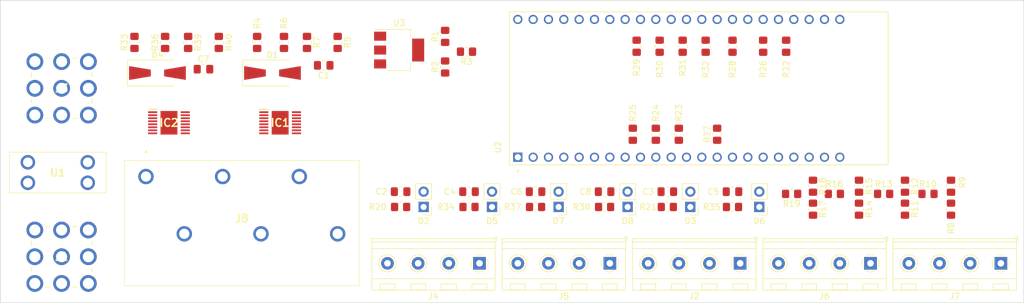
<source format=kicad_pcb>
(kicad_pcb (version 20221018) (generator pcbnew)
  (layers (0 "F.Cu" signal) (31 "B.Cu" signal) (34 "B.Paste" user) (35 "F.Paste" user) (36 "B.SilkS" user "B.Silkscreen") (37 "F.SilkS" user "F.Silkscreen") (38 "B.Mask" user) (39 "F.Mask" user) (44 "Edge.Cuts" user))
  (net 0 "")
  (net 1 "/Dual_CS")
  (net 2 "GND")
  (net 3 "/OUT0")
  (net 4 "/OUT4")
  (net 5 "/OUT1")
  (net 6 "/OUT5")
  (net 7 "/OUT2")
  (net 8 "/Quad_CS")
  (net 9 "/OUT3")
  (net 10 "Net-(D1-A)")
  (net 11 "Net-(D2-K)")
  (net 12 "Net-(D3-K)")
  (net 13 "Net-(D4-A)")
  (net 14 "Net-(D5-K)")
  (net 15 "Net-(D6-K)")
  (net 16 "Net-(D7-K)")
  (net 17 "Net-(D8-K)")
  (net 18 "/EXT_SWITCH0")
  (net 19 "/EXT_SWITCH1")
  (net 20 "/EXT_SWITCH2")
  (net 21 "/EXT_SWITCH3")
  (net 22 "+3V3")
  (net 23 "Net-(J7-Pin_1)")
  (net 24 "Net-(J7-Pin_2)")
  (net 25 "Net-(J7-Pin_3)")
  (net 26 "Net-(J7-Pin_4)")
  (net 27 "Net-(R1-Pad1)")
  (net 28 "+12V")
  (net 29 "/VBAT_ADC")
  (net 30 "Net-(IC1-CS)")
  (net 31 "Net-(IC1-FaultRST)")
  (net 32 "Net-(R10-Pad2)")
  (net 33 "/EXT0")
  (net 34 "Net-(R11-Pad1)")
  (net 35 "/EXT1")
  (net 36 "Net-(R14-Pad1)")
  (net 37 "/EXT2")
  (net 38 "Net-(R17-Pad1)")
  (net 39 "/EXT3")
  (net 40 "Net-(U2-GPIO21)")
  (net 41 "/Dual_SEN")
  (net 42 "Net-(U2-GPIO18)")
  (net 43 "/Dual_SEL")
  (net 44 "Net-(U2-GPIO17)")
  (net 45 "/Dual_INPUT1")
  (net 46 "Net-(U2-GPIO16)")
  (net 47 "/Dual_INPUT0")
  (net 48 "Net-(U2-GPIO47)")
  (net 49 "/Quad_SEL0")
  (net 50 "Net-(U2-GPIO46)")
  (net 51 "/Quad_SEL1")
  (net 52 "Net-(U2-GPIO45)")
  (net 53 "/Quad_SEN")
  (net 54 "Net-(U2-GPIO38)")
  (net 55 "/Quad_INPUT0")
  (net 56 "Net-(U2-GPIO37)")
  (net 57 "/Quad_INPUT1")
  (net 58 "Net-(U2-GPIO36)")
  (net 59 "/Quad_INPUT2")
  (net 60 "Net-(U2-GPIO35)")
  (net 61 "/Quad_INPUT3")
  (net 62 "Net-(IC2-~{FAULTRST})")
  (net 63 "Net-(IC2-CS)")
  (net 67 "Net-(U3-VI)")
  (net 68 "+5V")
  (footprint "Resistor_SMD:R_0805_2012Metric_Pad1.20x1.40mm_HandSolder" (layer "F.Cu") (at 151.765 130.54 -90)
    (fp_text reference "R18" (at 0 -1.65 90) (layer "F.SilkS"))
    (fp_text value "4K7")
    (pad "1" smd roundrect (at -1 0 270) (size 1.2 1.4) (layers "F.Cu" "F.Paste" "F.Mask") (roundrect_rratio 0.208333) (net 2 "GND"))
    (pad "2" smd roundrect (at 1 0 270) (size 1.2 1.4) (layers "F.Cu" "F.Paste" "F.Mask") (roundrect_rratio 0.208333) (net 38 "Net-(R17-Pad1)"))
  )
  (footprint "Capacitor_SMD:C_0805_2012Metric_Pad1.18x1.45mm_HandSolder" (layer "F.Cu") (at 94.785 131.445 180)
    (fp_text reference "C4" (at 3.175 0) (layer "F.SilkS"))
    (fp_text value "10nF")
    (pad "1" smd roundrect (at -1.0375 0 180) (size 1.175 1.45) (layers "F.Cu" "F.Paste" "F.Mask") (roundrect_rratio 0.212766) (net 5 "/OUT1"))
    (pad "2" smd roundrect (at 1.0375 0 180) (size 1.175 1.45) (layers "F.Cu" "F.Paste" "F.Mask") (roundrect_rratio 0.212766) (net 2 "GND"))
  )
  (footprint "Resistor_SMD:R_0805_2012Metric_Pad1.20x1.40mm_HandSolder" (layer "F.Cu") (at 117.2425 133.985)
    (fp_text reference "R38" (at -3.81 0) (layer "F.SilkS"))
    (fp_text value "2K2")
    (pad "1" smd roundrect (at -1 0) (size 1.2 1.4) (layers "F.Cu" "F.Paste" "F.Mask") (roundrect_rratio 0.208333) (net 2 "GND"))
    (pad "2" smd roundrect (at 1 0) (size 1.2 1.4) (layers "F.Cu" "F.Paste" "F.Mask") (roundrect_rratio 0.208333) (net 17 "Net-(D8-K)"))
  )
  (footprint "3568 Fuse Holder:3568" (layer "F.Cu") (at 21.71 129.97)
    (fp_text reference "U1" (at 4.96 -1.7) (layer "F.SilkS") (effects (font (size 1.27 1.27) (thickness 0.254))))
    (fp_text value "3568" hide)
    (pad "1" thru_hole circle (at 0 0) (size 2.4 2.4) (drill 1.6) (layers "*.Cu" "*.Mask") (net 67 "Net-(U3-VI)"))
    (pad "2" thru_hole circle (at 0 -3.4) (size 2.4 2.4) (drill 1.6) (layers "*.Cu" "*.Mask") (net 67 "Net-(U3-VI)"))
    (pad "3" thru_hole circle (at 9.92 0) (size 2.4 2.4) (drill 1.6) (layers "*.Cu" "*.Mask") (net 28 "+12V"))
    (pad "4" thru_hole circle (at 9.92 -3.4) (size 2.4 2.4) (drill 1.6) (layers "*.Cu" "*.Mask") (net 28 "+12V"))
  )
  (footprint "Capacitor_SMD:C_0805_2012Metric_Pad1.18x1.45mm_HandSolder" (layer "F.Cu") (at 138.43 131.445 180)
    (fp_text reference "C5" (at 3.175 0) (layer "F.SilkS"))
    (fp_text value "10nF")
    (pad "1" smd roundrect (at -1.0375 0 180) (size 1.175 1.45) (layers "F.Cu" "F.Paste" "F.Mask") (roundrect_rratio 0.212766) (net 6 "/OUT5"))
    (pad "2" smd roundrect (at 1.0375 0 180) (size 1.175 1.45) (layers "F.Cu" "F.Paste" "F.Mask") (roundrect_rratio 0.212766) (net 2 "GND"))
  )
  (footprint "Resistor_SMD:R_0805_2012Metric_Pad1.20x1.40mm_HandSolder" (layer "F.Cu") (at 39.37 106.68 90)
    (fp_text reference "R33" (at 0 -1.65 90) (layer "F.SilkS"))
    (fp_text value "4K7")
    (pad "1" smd roundrect (at -1 0 90) (size 1.2 1.4) (layers "F.Cu" "F.Paste" "F.Mask") (roundrect_rratio 0.208333) (net 2 "GND"))
    (pad "2" smd roundrect (at 1 0 90) (size 1.2 1.4) (layers "F.Cu" "F.Paste" "F.Mask") (roundrect_rratio 0.208333) (net 13 "Net-(D4-A)"))
  )
  (footprint "6.36 1x6 Term:1017519" (layer "F.Cu") (at 41.275 128.94)
    (fp_text reference "J8" (at 15.875 6.95) (layer "F.SilkS") (effects (font (size 1.27 1.27) (thickness 0.254))))
    (fp_text value "Output Header" hide)
    (pad "1" thru_hole circle (at 0 0) (size 2.55 2.55) (drill 1.7) (layers "*.Cu" "*.Mask") (net 3 "/OUT0"))
    (pad "2" thru_hole circle (at 6.35 9.5) (size 2.55 2.55) (drill 1.7) (layers "*.Cu" "*.Mask") (net 5 "/OUT1"))
    (pad "3" thru_hole circle (at 12.7 0) (size 2.55 2.55) (drill 1.7) (layers "*.Cu" "*.Mask") (net 7 "/OUT2"))
    (pad "4" thru_hole circle (at 19.05 9.5) (size 2.55 2.55) (drill 1.7) (layers "*.Cu" "*.Mask") (net 9 "/OUT3"))
    (pad "5" thru_hole circle (at 25.4 0) (size 2.55 2.55) (drill 1.7) (layers "*.Cu" "*.Mask") (net 4 "/OUT4"))
    (pad "6" thru_hole circle (at 31.75 9.5) (size 2.55 2.55) (drill 1.7) (layers "*.Cu" "*.Mask") (net 6 "/OUT5"))
  )
  (footprint "TerminalBlock_RND:TerminalBlock_RND_205-00234_1x04_P5.08mm_Horizontal" (layer "F.Cu") (at 161.29 143.335 180)
    (fp_text reference "J6" (at 7.62 -5.46) (layer "F.SilkS"))
    (fp_text value "3v3 Sensors OUT")
    (pad "1" thru_hole rect (at 0 0 180) (size 2.1 2.1) (drill 1.1) (layers "*.Cu" "*.Mask") (net 22 "+3V3"))
    (pad "2" thru_hole circle (at 5.08 0 180) (size 2.1 2.1) (drill 1.1) (layers "*.Cu" "*.Mask") (net 22 "+3V3"))
    (pad "3" thru_hole circle (at 10.16 0 180) (size 2.1 2.1) (drill 1.1) (layers "*.Cu" "*.Mask") (net 22 "+3V3"))
    (pad "4" thru_hole circle (at 15.24 0 180) (size 2.1 2.1) (drill 1.1) (layers "*.Cu" "*.Mask") (net 22 "+3V3"))
  )
  (footprint "Resistor_SMD:R_0805_2012Metric_Pad1.20x1.40mm_HandSolder" (layer "F.Cu") (at 48.26 106.68 -90)
    (fp_text reference "R39" (at 0 -1.65 90) (layer "F.SilkS"))
    (fp_text value "15K")
    (pad "1" smd roundrect (at -1 0 270) (size 1.2 1.4) (layers "F.Cu" "F.Paste" "F.Mask") (roundrect_rratio 0.208333) (net 8 "/Quad_CS"))
    (pad "2" smd roundrect (at 1 0 270) (size 1.2 1.4) (layers "F.Cu" "F.Paste" "F.Mask") (roundrect_rratio 0.208333) (net 63 "Net-(IC2-CS)"))
  )
  (footprint "Resistor_SMD:R_0805_2012Metric_Pad1.20x1.40mm_HandSolder" (layer "F.Cu") (at 174.625 134.35 -90)
    (fp_text reference "R8" (at 3.175 0 90) (layer "F.SilkS"))
    (fp_text value "10K")
    (pad "1" smd roundrect (at -1 0 270) (size 1.2 1.4) (layers "F.Cu" "F.Paste" "F.Mask") (roundrect_rratio 0.208333) (net 32 "Net-(R10-Pad2)"))
    (pad "2" smd roundrect (at 1 0 270) (size 1.2 1.4) (layers "F.Cu" "F.Paste" "F.Mask") (roundrect_rratio 0.208333) (net 18 "/EXT_SWITCH0"))
  )
  (footprint "Resistor_SMD:R_0805_2012Metric_Pad1.20x1.40mm_HandSolder" (layer "F.Cu") (at 159.385 130.54 -90)
    (fp_text reference "R15" (at 0 -1.65 90) (layer "F.SilkS"))
    (fp_text value "4K7")
    (pad "1" smd roundrect (at -1 0 270) (size 1.2 1.4) (layers "F.Cu" "F.Paste" "F.Mask") (roundrect_rratio 0.208333) (net 2 "GND"))
    (pad "2" smd roundrect (at 1 0 270) (size 1.2 1.4) (layers "F.Cu" "F.Paste" "F.Mask") (roundrect_rratio 0.208333) (net 36 "Net-(R14-Pad1)"))
  )
  (footprint "Resistor_SMD:R_0805_2012Metric_Pad1.20x1.40mm_HandSolder" (layer "F.Cu") (at 90.83 105.68 90)
    (fp_text reference "R1" (at 0 -1.65 90) (layer "F.SilkS"))
    (fp_text value "10K")
    (pad "1" smd roundrect (at -1 0 90) (size 1.2 1.4) (layers "F.Cu" "F.Paste" "F.Mask") (roundrect_rratio 0.208333) (net 27 "Net-(R1-Pad1)"))
    (pad "2" smd roundrect (at 1 0 90) (size 1.2 1.4) (layers "F.Cu" "F.Paste" "F.Mask") (roundrect_rratio 0.208333) (net 28 "+12V"))
  )
  (footprint "Resistor_SMD:R_0805_2012Metric_Pad1.20x1.40mm_HandSolder" (layer "F.Cu") (at 133.985 107.315 -90)
    (fp_text reference "R32" (at 3.81 0 90) (layer "F.SilkS"))
    (fp_text value "15K")
    (pad "1" smd roundrect (at -1 0 270) (size 1.2 1.4) (layers "F.Cu" "F.Paste" "F.Mask") (roundrect_rratio 0.208333) (net 60 "Net-(U2-GPIO35)"))
    (pad "2" smd roundrect (at 1 0 270) (size 1.2 1.4) (layers "F.Cu" "F.Paste" "F.Mask") (roundrect_rratio 0.208333) (net 61 "/Quad_INPUT3"))
  )
  (footprint "M4 Term:74650194R" (layer "F.Cu") (at 22.86 137.74)
    (fp_text reference "J1" (at 4.435 4.5) (layer "F.SilkS") (effects (font (size 1.27 1.27) (thickness 0.254))))
    (fp_text value "12V+ Terminal" hide)
    (pad "1" thru_hole circle (at 0 0.065) (size 2.775 2.775) (drill 1.85) (layers "*.Cu" "*.Mask") (net 67 "Net-(U3-VI)"))
    (pad "2" thru_hole circle (at 4.435 0.065) (size 2.775 2.775) (drill 1.85) (layers "*.Cu" "*.Mask") (net 67 "Net-(U3-VI)"))
    (pad "3" thru_hole circle (at 8.87 0.065) (size 2.775 2.775) (drill 1.85) (layers "*.Cu" "*.Mask") (net 67 "Net-(U3-VI)"))
    (pad "4" thru_hole circle (at 0 4.5) (size 2.775 2.775) (drill 1.85) (layers "*.Cu" "*.Mask") (net 67 "Net-(U3-VI)"))
    (pad "5" thru_hole circle (at 4.435 4.5) (size 2.775 2.775) (drill 1.85) (layers "*.Cu" "*.Mask") (net 67 "Net-(U3-VI)"))
    (pad "6" thru_hole circle (at 8.87 4.5) (size 2.775 2.775) (drill 1.85) (layers "*.Cu" "*.Mask") (net 67 "Net-(U3-VI)"))
    (pad "7" thru_hole circle (at 0 8.935) (size 2.775 2.775) (drill 1.85) (layers "*.Cu" "*.Mask") (net 67 "Net-(U3-VI)"))
    (pad "8" thru_hole circle (at 4.435 8.935) (size 2.775 2.775) (drill 1.85) (layers "*.Cu" "*.Mask") (net 67 "Net-(U3-VI)"))
    (pad "9" thru_hole circle (at 8.87 8.935) (size 2.775 2.775) (drill 1.85) (layers "*.Cu" "*.Mask") (net 67 "Net-(U3-VI)"))
  )
  (footprint "Capacitor_SMD:C_0805_2012Metric_Pad1.18x1.45mm_HandSolder" (layer "F.Cu") (at 83.455 131.445 180)
    (fp_text reference "C2" (at 3.175 0) (layer "F.SilkS"))
    (fp_text value "10nF")
    (pad "1" smd roundrect (at -1.0375 0 180) (size 1.175 1.45) (layers "F.Cu" "F.Paste" "F.Mask") (roundrect_rratio 0.212766) (net 3 "/OUT0"))
    (pad "2" smd roundrect (at 1.0375 0 180) (size 1.175 1.45) (layers "F.Cu" "F.Paste" "F.Mask") (roundrect_rratio 0.212766) (net 2 "GND"))
  )
  (footprint "Diode_SMD:D_SMA-SMB_Universal_Handsoldering" (layer "F.Cu") (at 43.18 111.76)
    (fp_text reference "D4" (at 0 -3) (layer "F.SilkS"))
    (fp_text value "ES1DL")
    (pad "1" smd trapezoid (at -2.9 0) (size 3.6 1.7) (rect_delta 0.6 0) (layers "F.Cu" "F.Paste" "F.Mask") (net 2 "GND"))
    (pad "2" smd trapezoid (at 2.9 0 180) (size 3.6 1.7) (rect_delta 0.6 0) (layers "F.Cu" "F.Paste" "F.Mask") (net 13 "Net-(D4-A)"))
  )
  (footprint "Connector_PinHeader_2.54mm:PinHeader_1x02_P2.54mm_Vertical" (layer "F.Cu") (at 98.595 133.985 180)
    (fp_text reference "D5" (at 0 -2.33) (layer "F.SilkS"))
    (fp_text value "LED")
    (pad "1" thru_hole rect (at 0 0 180) (size 1.7 1.7) (drill 1) (layers "*.Cu" "*.Mask") (net 14 "Net-(D5-K)"))
    (pad "2" thru_hole oval (at 0 2.54 180) (size 1.7 1.7) (drill 1) (layers "*.Cu" "*.Mask") (net 5 "/OUT1"))
  )
  (footprint "Resistor_SMD:R_0805_2012Metric_Pad1.20x1.40mm_HandSolder" (layer "F.Cu") (at 151.765 134.35 -90)
    (fp_text reference "R17" (at 0 -1.65 90) (layer "F.SilkS"))
    (fp_text value "10K")
    (pad "1" smd roundrect (at -1 0 270) (size 1.2 1.4) (layers "F.Cu" "F.Paste" "F.Mask") (roundrect_rratio 0.208333) (net 38 "Net-(R17-Pad1)"))
    (pad "2" smd roundrect (at 1 0 270) (size 1.2 1.4) (layers "F.Cu" "F.Paste" "F.Mask") (roundrect_rratio 0.208333) (net 21 "/EXT_SWITCH3"))
  )
  (footprint "ESP32-S3-DEVKITC-1-N8R2:XCVR_ESP32-S3-DEVKITC-1-N8R2" (layer "F.Cu") (at 132.84 114.3 90)
    (fp_text reference "U2" (at -9.775 -33.255 90) (layer "F.SilkS"))
    (fp_text value "ESP32-S3-DEVKITC-1-N8R2")
    (pad "J1_1" thru_hole rect (at -11.43 -29.97 90) (size 1.53 1.53) (drill 1.02) (layers "*.Cu" "*.Mask") (net 22 "+3V3"))
    (pad "J1_2" thru_hole circle (at -11.43 -27.43 90) (size 1.53 1.53) (drill 1.02) (layers "*.Cu" "*.Mask") (net 22 "+3V3"))
    (pad "J1_3" thru_hole circle (at -11.43 -24.89 90) (size 1.53 1.53) (drill 1.02) (layers "*.Cu" "*.Mask"))
    (pad "J1_4" thru_hole circle (at -11.43 -22.35 90) (size 1.53 1.53) (drill 1.02) (layers "*.Cu" "*.Mask"))
    (pad "J1_5" thru_hole circle (at -11.43 -19.81 90) (size 1.53 1.53) (drill 1.02) (layers "*.Cu" "*.Mask"))
    (pad "J1_6" thru_hole circle (at -11.43 -17.27 90) (size 1.53 1.53) (drill 1.02) (layers "*.Cu" "*.Mask"))
    (pad "J1_7" thru_hole circle (at -11.43 -14.73 90) (size 1.53 1.53) (drill 1.02) (layers "*.Cu" "*.Mask") (net 26 "Net-(J7-Pin_4)"))
    (pad "J1_8" thru_hole circle (at -11.43 -12.19 90) (size 1.53 1.53) (drill 1.02) (layers "*.Cu" "*.Mask"))
    (pad "J1_9" thru_hole circle (at -11.43 -9.65 90) (size 1.53 1.53) (drill 1.02) (layers "*.Cu" "*.Mask") (net 46 "Net-(U2-GPIO16)"))
    (pad "J1_10" thru_hole circle (at -11.43 -7.11 90) (size 1.53 1.53) (drill 1.02) (layers "*.Cu" "*.Mask") (net 44 "Net-(U2-GPIO17)"))
    (pad "J1_11" thru_hole circle (at -11.43 -4.57 90) (size 1.53 1.53) (drill 1.02) (layers "*.Cu" "*.Mask") (net 42 "Net-(U2-GPIO18)"))
    (pad "J1_12" thru_hole circle (at -11.43 -2.03 90) (size 1.53 1.53) (drill 1.02) (layers "*.Cu" "*.Mask") (net 25 "Net-(J7-Pin_3)"))
    (pad "J1_13" thru_hole circle (at -11.43 0.51 90) (size 1.53 1.53) (drill 1.02) (layers "*.Cu" "*.Mask") (net 8 "/Quad_CS"))
    (pad "J1_14" thru_hole circle (at -11.43 3.05 90) (size 1.53 1.53) (drill 1.02) (layers "*.Cu" "*.Mask") (net 50 "Net-(U2-GPIO46)"))
    (pad "J1_15" thru_hole circle (at -11.43 5.59 90) (size 1.53 1.53) (drill 1.02) (layers "*.Cu" "*.Mask") (net 24 "Net-(J7-Pin_2)"))
    (pad "J1_16" thru_hole circle (at -11.43 8.13 90) (size 1.53 1.53) (drill 1.02) (layers "*.Cu" "*.Mask") (net 23 "Net-(J7-Pin_1)"))
    (pad "J1_17" thru_hole circle (at -11.43 10.67 90) (size 1.53 1.53) (drill 1.02) (layers "*.Cu" "*.Mask") (net 33 "/EXT0"))
    (pad "J1_18" thru_hole circle (at -11.43 13.21 90) (size 1.53 1.53) (drill 1.02) (layers "*.Cu" "*.Mask") (net 35 "/EXT1"))
    (pad "J1_19" thru_hole circle (at -11.43 15.75 90) (size 1.53 1.53) (drill 1.02) (layers "*.Cu" "*.Mask") (net 37 "/EXT2"))
    (pad "J1_20" thru_hole circle (at -11.43 18.29 90) (size 1.53 1.53) (drill 1.02) (layers "*.Cu" "*.Mask") (net 39 "/EXT3"))
    (pad "J1_21" thru_hole circle (at -11.43 20.83 90) (size 1.53 1.53) (drill 1.02) (layers "*.Cu" "*.Mask") (net 68 "+5V"))
    (pad "J1_22" thru_hole circle (at -11.43 23.37 90) (size 1.53 1.53) (drill 1.02) (layers "*.Cu" "*.Mask") (net 2 "GND"))
    (pad "J3_1" thru_hole circle (at 11.43 -29.97 90) (size 1.53 1.53) (drill 1.02) (layers "*.Cu" "*.Mask") (net 2 "GND"))
    (pad "J3_2" thru_hole circle (at 11.43 -27.43 90) (size 1.53 1.53) (drill 1.02) (layers "*.Cu" "*.Mask"))
    (pad "J3_3" thru_hole circle (at 11.43 -24.89 90) (size 1.53 1.53) (drill 1.02) (layers "*.Cu" "*.Mask"))
    (pad "J3_4" thru_hole circle (at 11.43 -22.35 90) (size 1.53 1.53) (drill 1.02) (layers "*.Cu" "*.Mask") (net 29 "/VBAT_ADC"))
    (pad "J3_5" thru_hole circle (at 11.43 -19.81 90) (size 1.53 1.53) (drill 1.02) (layers "*.Cu" "*.Mask") (net 1 "/Dual_CS"))
    (pad "J3_6" thru_hole circle (at 11.43 -17.27 90) (size 1.53 1.53) (drill 1.02) (layers "*.Cu" "*.Mask"))
    (pad "J3_7" thru_hole circle (at 11.43 -14.73 90) (size 1.53 1.53) (drill 1.02) (layers "*.Cu" "*.Mask"))
    (pad "J3_8" thru_hole circle (at 11.43 -12.19 90) (size 1.53 1.53) (drill 1.02) (layers "*.Cu" "*.Mask"))
    (pad "J3_9" thru_hole circle (at 11.43 -9.65 90) (size 1.53 1.53) (drill 1.02) (layers "*.Cu" "*.Mask"))
    (pad "J3_10" thru_hole circle (at 11.43 -7.11 90) (size 1.53 1.53) (drill 1.02) (layers "*.Cu" "*.Mask") (net 54 "Net-(U2-GPIO38)"))
    (pad "J3_11" thru_hole circle (at 11.43 -4.57 90) (size 1.53 1.53) (drill 1.02) (layers "*.Cu" "*.Mask") (net 56 "Net-(U2-GPIO37)"))
    (pad "J3_12" thru_hole circle (at 11.43 -2.03 90) (size 1.53 1.53) (drill 1.02) (layers "*.Cu" "*.Mask") (net 58 "Net-(U2-GPIO36)"))
    (pad "J3_13" thru_hole circle (at 11.43 0.51 90) (size 1.53 1.53) (drill 1.02) (layers "*.Cu" "*.Mask") (net 60 "Net-(U2-GPIO35)"))
    (pad "J3_14" thru_hole circle (at 11.43 3.05 90) (size 1.53 1.53) (drill 1.02) (layers "*.Cu" "*.Mask"))
    (pad "J3_15" thru_hole circle (at 11.43 5.59 90) (size 1.53 1.53) (drill 1.02) (layers "*.Cu" "*.Mask") (net 52 "Net-(U2-GPIO45)"))
    (pad "J3_16" thru_hole circle (at 11.43 8.13 90) (size 1.53 1.53) (drill 1.02) (layers "*.Cu" "*.Mask"))
    (pad "J3_17" thru_hole circle (at 11.43 10.67 90) (size 1.53 1.53) (drill 1.02) (layers "*.Cu" "*.Mask") (net 48 "Net-(U2-GPIO47)"))
    (pad "J3_18" thru_hole circle (at 11.43 13.21 90) (size 1.53 1.53) (drill 1.02) (layers "*.Cu" "*.Mask") (net 40 "Net-(U2-GPIO21)"))
    (pad "J3_19" thru_hole circle (at 11.43 15.75 90) (size 1.53 1.53) (drill 1.02) (layers "*.Cu" "*.Mask"))
    (pad "J3_20" thru_hole circle (at 11.43 18.29 90) (size 1.53 1.53) (drill 1.02) (layers "*.Cu" "*.Mask"))
    (pad "J3_21" thru_hole circle (at 11.43 20.83 90) (size 1.53 1.53) (drill 1.02) (layers "*.Cu" "*.Mask") (net 2 "GND"))
    (pad "J3_22" thru_hole circle (at 11.43 23.37 90) (size 1.53 1.53) (drill 1.02) (layers "*.Cu" "*.Mask") (net 2 "GND"))
  )
  (footprint "Resistor_SMD:R_0805_2012Metric_Pad1.20x1.40mm_HandSolder" (layer "F.Cu") (at 73.025 106.68 -90)
    (fp_text reference "R5" (at 0 -1.65 90) (layer "F.SilkS"))
    (fp_text value "15K")
    (pad "1" smd roundrect (at -1 0 270) (size 1.2 1.4) (layers "F.Cu" "F.Paste" "F.Mask") (roundrect_rratio 0.208333) (net 1 "/Dual_CS"))
    (pad "2" smd roundrect (at 1 0 270) (size 1.2 1.4) (layers "F.Cu" "F.Paste" "F.Mask") (roundrect_rratio 0.208333) (net 30 "Net-(IC1-CS)"))
  )
  (footprint "Resistor_SMD:R_0805_2012Metric_Pad1.20x1.40mm_HandSolder" (layer "F.Cu") (at 122.555 107.315 -90)
    (fp_text reference "R29" (at 3.54 0 90) (layer "F.SilkS"))
    (fp_text value "15K")
    (pad "1" smd roundrect (at -1 0 270) (size 1.2 1.4) (layers "F.Cu" "F.Paste" "F.Mask") (roundrect_rratio 0.208333) (net 54 "Net-(U2-GPIO38)"))
    (pad "2" smd roundrect (at 1 0 270) (size 1.2 1.4) (layers "F.Cu" "F.Paste" "F.Mask") (roundrect_rratio 0.208333) (net 55 "/Quad_INPUT0"))
  )
  (footprint "Resistor_SMD:R_0805_2012Metric_Pad1.20x1.40mm_HandSolder" (layer "F.Cu") (at 64.135 106.68 90)
    (fp_text reference "R6" (at 3.175 0 90) (layer "F.SilkS"))
    (fp_text value "15K")
    (pad "1" smd roundrect (at -1 0 90) (size 1.2 1.4) (layers "F.Cu" "F.Paste" "F.Mask") (roundrect_rratio 0.208333) (net 2 "GND"))
    (pad "2" smd roundrect (at 1 0 90) (size 1.2 1.4) (layers "F.Cu" "F.Paste" "F.Mask") (roundrect_rratio 0.208333) (net 31 "Net-(IC1-FaultRST)"))
  )
  (footprint "VNQ90xx:SOP50P600X170-17N" (layer "F.Cu") (at 45.085 120.015)
    (fp_text reference "IC2" (at 0 0) (layer "F.SilkS") (effects (font (size 1.27 1.27) (thickness 0.254))))
    (fp_text value "VNQ9080AJTR" hide)
    (pad "1" smd rect (at -2.7 -1.75 90) (size 0.3 1.5) (layers "F.Cu" "F.Paste" "F.Mask") (net 3 "/OUT0"))
    (pad "2" smd rect (at -2.7 -1.25 90) (size 0.3 1.5) (layers "F.Cu" "F.Paste" "F.Mask") (net 53 "/Quad_SEN"))
    (pad "3" smd rect (at -2.7 -0.75 90) (size 0.3 1.5) (layers "F.Cu" "F.Paste" "F.Mask") (net 55 "/Quad_INPUT0"))
    (pad "4" smd rect (at -2.7 -0.25 90) (size 0.3 1.5) (layers "F.Cu" "F.Paste" "F.Mask") (net 13 "Net-(D4-A)"))
    (pad "5" smd rect (at -2.7 0.25 90) (size 0.3 1.5) (layers "F.Cu" "F.Paste" "F.Mask") (net 62 "Net-(IC2-~{FAULTRST})"))
    (pad "6" smd rect (at -2.7 0.75 90) (size 0.3 1.5) (layers "F.Cu" "F.Paste" "F.Mask") (net 57 "/Quad_INPUT1"))
    (pad "7" smd rect (at -2.7 1.25 90) (size 0.3 1.5) (layers "F.Cu" "F.Paste" "F.Mask"))
    (pad "8" smd rect (at -2.7 1.75 90) (size 0.3 1.5) (layers "F.Cu" "F.Paste" "F.Mask") (net 5 "/OUT1"))
    (pad "9" smd rect (at 2.7 1.75 90) (size 0.3 1.5) (layers "F.Cu" "F.Paste" "F.Mask") (net 7 "/OUT2"))
    (pad "10" smd rect (at 2.7 1.25 90) (size 0.3 1.5) (layers "F.Cu" "F.Paste" "F.Mask"))
    (pad "11" smd rect (at 2.7 0.75 90) (size 0.3 1.5) (layers "F.Cu" "F.Paste" "F.Mask") (net 59 "/Quad_INPUT2"))
    (pad "12" smd rect (at 2.7 0.25 90) (size 0.3 1.5) (layers "F.Cu" "F.Paste" "F.Mask") (net 49 "/Quad_SEL0"))
    (pad "13" smd rect (at 2.7 -0.25 90) (size 0.3 1.5) (layers "F.Cu" "F.Paste" "F.Mask") (net 63 "Net-(IC2-CS)"))
    (pad "14" smd rect (at 2.7 -0.75 90) (size 0.3 1.5) (layers "F.Cu" "F.Paste" "F.Mask") (net 61 "/Quad_INPUT3"))
    (pad "15" smd rect (at 2.7 -1.25 90) (size 0.3 1.5) (layers "F.Cu" "F.Paste" "F.Mask") (net 51 "/Quad_SEL1"))
    (pad "16" smd rect (at 2.7 -1.75 90) (size 0.3 1.5) (layers "F.Cu" "F.Paste" "F.Mask") (net 9 "/OUT3"))
    (pad "17" smd rect (at 0 0) (size 2.8 3.91) (layers "F.Cu" "F.Paste" "F.Mask") (net 28 "+12V"))
  )
  (footprint "M4 Term:74650194R" (layer "F.Cu") (at 22.87 109.8)
    (fp_text reference "J3" (at 4.435 4.5) (layer "F.SilkS") (effects (font (size 1.27 1.27) (thickness 0.254))))
    (fp_text value "GND Terminal" hide)
    (pad "1" thru_hole circle (at 0 0.065) (size 2.775 2.775) (drill 1.85) (layers "*.Cu" "*.Mask") (net 2 "GND"))
    (pad "2" thru_hole circle (at 4.435 0.065) (size 2.775 2.775) (drill 1.85) (layers "*.Cu" "*.Mask") (net 2 "GND"))
    (pad "3" thru_hole circle (at 8.87 0.065) (size 2.775 2.775) (drill 1.85) (layers "*.Cu" "*.Mask") (net 2 "GND"))
    (pad "4" thru_hole circle (at 0 4.5) (size 2.775 2.775) (drill 1.85) (layers "*.Cu" "*.Mask") (net 2 "GND"))
    (pad "5" thru_hole circle (at 4.435 4.5) (size 2.775 2.775) (drill 1.85) (layers "*.Cu" "*.Mask") (net 2 "GND"))
    (pad "6" thru_hole circle (at 8.87 4.5) (size 2.775 2.775) (drill 1.85) (layers "*.Cu" "*.Mask") (net 2 "GND"))
    (pad "7" thru_hole circle (at 0 8.935) (size 2.775 2.775) (drill 1.85) (layers "*.Cu" "*.Mask") (net 2 "GND"))
    (pad "8" thru_hole circle (at 4.435 8.935) (size 2.775 2.775) (drill 1.85) (layers "*.Cu" "*.Mask") (net 2 "GND"))
    (pad "9" thru_hole circle (at 8.87 8.935) (size 2.775 2.775) (drill 1.85) (layers "*.Cu" "*.Mask") (net 2 "GND"))
  )
  (footprint "Resistor_SMD:R_0805_2012Metric_Pad1.20x1.40mm_HandSolder" (layer "F.Cu") (at 167.005 134.35 -90)
    (fp_text reference "R11" (at 0 -1.65 90) (layer "F.SilkS"))
    (fp_text value "10K")
    (pad "1" smd roundrect (at -1 0 270) (size 1.2 1.4) (layers "F.Cu" "F.Paste" "F.Mask") (roundrect_rratio 0.208333) (net 34 "Net-(R11-Pad1)"))
    (pad "2" smd roundrect (at 1 0 270) (size 1.2 1.4) (layers "F.Cu" "F.Paste" "F.Mask") (roundrect_rratio 0.208333) (net 19 "/EXT_SWITCH1"))
  )
  (footprint "Resistor_SMD:R_0805_2012Metric_Pad1.20x1.40mm_HandSolder" (layer "F.Cu") (at 83.455 133.985)
    (fp_text reference "R20" (at -3.81 -0.005) (layer "F.SilkS"))
    (fp_text value "2K2")
    (pad "1" smd roundrect (at -1 0) (size 1.2 1.4) (layers "F.Cu" "F.Paste" "F.Mask") (roundrect_rratio 0.208333) (net 2 "GND"))
    (pad "2" smd roundrect (at 1 0) (size 1.2 1.4) (layers "F.Cu" "F.Paste" "F.Mask") (roundrect_rratio 0.208333) (net 11 "Net-(D2-K)"))
  )
  (footprint "Resistor_SMD:R_0805_2012Metric_Pad1.20x1.40mm_HandSolder" (layer "F.Cu") (at 163.465 131.81)
    (fp_text reference "R13" (at 0 -1.65) (layer "F.SilkS"))
    (fp_text value "1K")
    (pad "1" smd roundrect (at -1 0) (size 1.2 1.4) (layers "F.Cu" "F.Paste" "F.Mask") (roundrect_rratio 0.208333) (net 35 "/EXT1"))
    (pad "2" smd roundrect (at 1 0) (size 1.2 1.4) (layers "F.Cu" "F.Paste" "F.Mask") (roundrect_rratio 0.208333) (net 34 "Net-(R11-Pad1)"))
  )
  (footprint "Resistor_SMD:R_0805_2012Metric_Pad1.20x1.40mm_HandSolder" (layer "F.Cu") (at 127.635 133.985)
    (fp_text reference "R21" (at -3.175 0) (layer "F.SilkS"))
    (fp_text value "2K2")
    (pad "1" smd roundrect (at -1 0) (size 1.2 1.4) (layers "F.Cu" "F.Paste" "F.Mask") (roundrect_rratio 0.208333) (net 2 "GND"))
    (pad "2" smd roundrect (at 1 0) (size 1.2 1.4) (layers "F.Cu" "F.Paste" "F.Mask") (roundrect_rratio 0.208333) (net 12 "Net-(D3-K)"))
  )
  (footprint "Resistor_SMD:R_0805_2012Metric_Pad1.20x1.40mm_HandSolder" (layer "F.Cu") (at 155.305 131.81)
    (fp_text reference "R16" (at 0 -1.65) (layer "F.SilkS"))
    (fp_text value "1K")
    (pad "1" smd roundrect (at -1 0) (size 1.2 1.4) (layers "F.Cu" "F.Paste" "F.Mask") (roundrect_rratio 0.208333) (net 37 "/EXT2"))
    (pad "2" smd roundrect (at 1 0) (size 1.2 1.4) (layers "F.Cu" "F.Paste" "F.Mask") (roundrect_rratio 0.208333) (net 36 "Net-(R14-Pad1)"))
  )
  (footprint "Resistor_SMD:R_0805_2012Metric_Pad1.20x1.40mm_HandSolder" (layer "F.Cu") (at 59.69 106.68 90)
    (fp_text reference "R4" (at 3.175 0 90) (layer "F.SilkS"))
    (fp_text value "4K7")
    (pad "1" smd roundrect (at -1 0 90) (size 1.2 1.4) (layers "F.Cu" "F.Paste" "F.Mask") (roundrect_rratio 0.208333) (net 2 "GND"))
    (pad "2" smd roundrect (at 1 0 90) (size 1.2 1.4) (layers "F.Cu" "F.Paste" "F.Mask") (roundrect_rratio 0.208333) (net 10 "Net-(D1-A)"))
  )
  (footprint "TerminalBlock_RND:TerminalBlock_RND_205-00234_1x04_P5.08mm_Horizontal" (layer "F.Cu") (at 96.52 143.335 180)
    (fp_text reference "J4" (at 7.62 -5.46) (layer "F.SilkS"))
    (fp_text value "GND")
    (pad "1" thru_hole rect (at 0 0 180) (size 2.1 2.1) (drill 1.1) (layers "*.Cu" "*.Mask") (net 2 "GND"))
    (pad "2" thru_hole circle (at 5.08 0 180) (size 2.1 2.1) (drill 1.1) (layers "*.Cu" "*.Mask") (net 2 "GND"))
    (pad "3" thru_hole circle (at 10.16 0 180) (size 2.1 2.1) (drill 1.1) (layers "*.Cu" "*.Mask") (net 2 "GND"))
    (pad "4" thru_hole circle (at 15.24 0 180) (size 2.1 2.1) (drill 1.1) (layers "*.Cu" "*.Mask") (net 2 "GND"))
  )
  (footprint "Connector_PinHeader_2.54mm:PinHeader_1x02_P2.54mm_Vertical" (layer "F.Cu") (at 131.445 133.985 180)
    (fp_text reference "D3" (at 0 -2.33) (layer "F.SilkS"))
    (fp_text value "LED")
    (pad "1" thru_hole rect (at 0 0 180) (size 1.7 1.7) (drill 1) (layers "*.Cu" "*.Mask") (net 12 "Net-(D3-K)"))
    (pad "2" thru_hole oval (at 0 2.54 180) (size 1.7 1.7) (drill 1) (layers "*.Cu" "*.Mask") (net 4 "/OUT4"))
  )
  (footprint "Resistor_SMD:R_0805_2012Metric_Pad1.20x1.40mm_HandSolder" (layer "F.Cu") (at 94.37 108.22 180)
    (fp_text reference "R3" (at 0 -1.65) (layer "F.SilkS"))
    (fp_text value "1K")
    (pad "1" smd roundrect (at -1 0 180) (size 1.2 1.4) (layers "F.Cu" "F.Paste" "F.Mask") (roundrect_rratio 0.208333) (net 29 "/VBAT_ADC"))
    (pad "2" smd roundrect (at 1 0 180) (size 1.2 1.4) (layers "F.Cu" "F.Paste" "F.Mask") (roundrect_rratio 0.208333) (net 27 "Net-(R1-Pad1)"))
  )
  (footprint "TerminalBlock_RND:TerminalBlock_RND_205-00234_1x04_P5.08mm_Horizontal" (layer "F.Cu") (at 139.7 143.335 180)
    (fp_text reference "J2" (at 7.62 -5.46) (layer "F.SilkS"))
    (fp_text value "EXT SWITCHES")
    (pad "1" thru_hole rect (at 0 0 180) (size 2.1 2.1) (drill 1.1) (layers "*.Cu" "*.Mask") (net 18 "/EXT_SWITCH0"))
    (pad "2" thru_hole circle (at 5.08 0 180) (size 2.1 2.1) (drill 1.1) (layers "*.Cu" "*.Mask") (net 19 "/EXT_SWITCH1"))
    (pad "3" thru_hole circle (at 10.16 0 180) (size 2.1 2.1) (drill 1.1) (layers "*.Cu" "*.Mask") (net 20 "/EXT_SWITCH2"))
    (pad "4" thru_hole circle (at 15.24 0 180) (size 2.1 2.1) (drill 1.1) (layers "*.Cu" "*.Mask") (net 21 "/EXT_SWITCH3"))
  )
  (footprint "Resistor_SMD:R_0805_2012Metric_Pad1.20x1.40mm_HandSolder" (layer "F.Cu") (at 159.385 134.35 -90)
    (fp_text reference "R14" (at 0 -1.65 90) (layer "F.SilkS"))
    (fp_text value "10K")
    (pad "1" smd roundrect (at -1 0 270) (size 1.2 1.4) (layers "F.Cu" "F.Paste" "F.Mask") (roundrect_rratio 0.208333) (net 36 "Net-(R14-Pad1)"))
    (pad "2" smd roundrect (at 1 0 270) (size 1.2 1.4) (layers "F.Cu" "F.Paste" "F.Mask") (roundrect_rratio 0.208333) (net 20 "/EXT_SWITCH2"))
  )
  (footprint "VND90xx:SOP50P600X170-17N" (layer "F.Cu") (at 63.5 120.015)
    (fp_text reference "IC1" (at 0 0) (layer "F.SilkS") (effects (font (size 1.27 1.27) (thickness 0.254))))
    (fp_text value "VND9012AJ" hide)
    (pad "1" smd rect (at -2.7 -1.75 90) (size 0.3 1.5) (layers "F.Cu" "F.Paste" "F.Mask") (net 47 "/Dual_INPUT0"))
    (pad "2" smd rect (at -2.7 -1.25 90) (size 0.3 1.5) (layers "F.Cu" "F.Paste" "F.Mask") (net 31 "Net-(IC1-FaultRST)"))
    (pad "3" smd rect (at -2.7 -0.75 90) (size 0.3 1.5) (layers "F.Cu" "F.Paste" "F.Mask") (net 41 "/Dual_SEN"))
    (pad "4" smd rect (at -2.7 -0.25 90) (size 0.3 1.5) (layers "F.Cu" "F.Paste" "F.Mask") (net 10 "Net-(D1-A)"))
    (pad "5" smd rect (at -2.7 0.25 90) (size 0.3 1.5) (layers "F.Cu" "F.Paste" "F.Mask") (net 43 "/Dual_SEL"))
    (pad "6" smd rect (at -2.7 0.75 90) (size 0.3 1.5) (layers "F.Cu" "F.Paste" "F.Mask"))
    (pad "7" smd rect (at -2.7 1.25 90) (size 0.3 1.5) (layers "F.Cu" "F.Paste" "F.Mask") (net 30 "Net-(IC1-CS)"))
    (pad "8" smd rect (at -2.7 1.75 90) (size 0.3 1.5) (layers "F.Cu" "F.Paste" "F.Mask") (net 45 "/Dual_INPUT1"))
    (pad "9" smd rect (at 2.7 1.75 90) (size 0.3 1.5) (layers "F.Cu" "F.Paste" "F.Mask") (net 6 "/OUT5"))
    (pad "10" smd rect (at 2.7 1.25 90) (size 0.3 1.5) (layers "F.Cu" "F.Paste" "F.Mask") (net 6 "/OUT5"))
    (pad "11" smd rect (at 2.7 0.75 90) (size 0.3 1.5) (layers "F.Cu" "F.Paste" "F.Mask") (net 6 "/OUT5"))
    (pad "12" smd rect (at 2.7 0.25 90) (size 0.3 1.5) (layers "F.Cu" "F.Paste" "F.Mask") (net 6 "/OUT5"))
    (pad "13" smd rect (at 2.7 -0.25 90) (size 0.3 1.5) (layers "F.Cu" "F.Paste" "F.Mask") (net 4 "/OUT4"))
    (pad "14" smd rect (at 2.7 -0.75 90) (size 0.3 1.5) (layers "F.Cu" "F.Paste" "F.Mask") (net 4 "/OUT4"))
    (pad "15" smd rect (at 2.7 -1.25 90) (size 0.3 1.5) (layers "F.Cu" "F.Paste" "F.Mask") (net 4 "/OUT4"))
    (pad "16" smd rect (at 2.7 -1.75 90) (size 0.3 1.5) (layers "F.Cu" "F.Paste" "F.Mask") (net 4 "/OUT4"))
    (pad "17" smd rect (at 0 0) (size 2.8 3.91) (layers "F.Cu" "F.Paste" "F.Mask") (net 28 "+12V"))
  )
  (footprint "Resistor_SMD:R_0805_2012Metric_Pad1.20x1.40mm_HandSolder" (layer "F.Cu") (at 44.45 106.68 90)
    (fp_text reference "R36" (at 0 -1.65 90) (layer "F.SilkS"))
    (fp_text value "15K")
    (pad "1" smd roundrect (at -1 0 90) (size 1.2 1.4) (layers "F.Cu" "F.Paste" "F.Mask") (roundrect_rratio 0.208333) (net 2 "GND"))
    (pad "2" smd roundrect (at 1 0 90) (size 1.2 1.4) (layers "F.Cu" "F.Paste" "F.Mask") (roundrect_rratio 0.208333) (net 62 "Net-(IC2-~{FAULTRST})"))
  )
  (footprint "Package_TO_SOT_SMD:SOT-223-3_TabPin2" (layer "F.Cu") (at 83.21 107.95)
    (fp_text reference "U3" (at 0 -4.5) (layer "F.SilkS"))
    (fp_text value "AZ1117-5.0")
    (pad "1" smd rect (at -3.15 -2.3) (size 2 1.5) (layers "F.Cu" "F.Paste" "F.Mask") (net 2 "GND"))
    (pad "2" smd rect (at -3.15 0) (size 2 1.5) (layers "F.Cu" "F.Paste" "F.Mask") (net 68 "+5V"))
    (pad "2" smd rect (at 3.15 0) (size 2 3.8) (layers "F.Cu" "F.Paste" "F.Mask") (net 68 "+5V"))
    (pad "3" smd rect (at -3.15 2.3) (size 2 1.5) (layers "F.Cu" "F.Paste" "F.Mask") (net 67 "Net-(U3-VI)"))
  )
  (footprint "Resistor_SMD:R_0805_2012Metric_Pad1.20x1.40mm_HandSolder" (layer "F.Cu") (at 138.43 107.315 -90)
    (fp_text reference "R28" (at 3.81 0 90) (layer "F.SilkS"))
    (fp_text value "15K")
    (pad "1" smd roundrect (at -1 0 270) (size 1.2 1.4) (layers "F.Cu" "F.Paste" "F.Mask") (roundrect_rratio 0.208333) (net 52 "Net-(U2-GPIO45)"))
    (pad "2" smd roundrect (at 1 0 270) (size 1.2 1.4) (layers "F.Cu" "F.Paste" "F.Mask") (roundrect_rratio 0.208333) (net 53 "/Quad_SEN"))
  )
  (footprint "Resistor_SMD:R_0805_2012Metric_Pad1.20x1.40mm_HandSolder" (layer "F.Cu") (at 53.34 106.68 -90)
    (fp_text reference "R40" (at 0 -1.65 90) (layer "F.SilkS"))
    (fp_text value "1K")
    (pad "1" smd roundrect (at -1 0 270) (size 1.2 1.4) (layers "F.Cu" "F.Paste" "F.Mask") (roundrect_rratio 0.208333) (net 63 "Net-(IC2-CS)"))
    (pad "2" smd roundrect (at 1 0 270) (size 1.2 1.4) (layers "F.Cu" "F.Paste" "F.Mask") (roundrect_rratio 0.208333) (net 2 "GND"))
  )
  (footprint "Capacitor_SMD:C_0805_2012Metric_Pad1.18x1.45mm_HandSolder" (layer "F.Cu") (at 127.635 131.445 180)
    (fp_text reference "C3" (at 3.175 0) (layer "F.SilkS"))
    (fp_text value "10nF")
    (pad "1" smd roundrect (at -1.0375 0 180) (size 1.175 1.45) (layers "F.Cu" "F.Paste" "F.Mask") (roundrect_rratio 0.212766) (net 4 "/OUT4"))
    (pad "2" smd roundrect (at 1.0375 0 180) (size 1.175 1.45) (layers "F.Cu" "F.Paste" "F.Mask") (roundrect_rratio 0.212766) (net 2 "GND"))
  )
  (footprint "Connector_PinHeader_2.54mm:PinHeader_1x02_P2.54mm_Vertical" (layer "F.Cu") (at 109.6225 133.985 180)
    (fp_text reference "D7" (at 0 -2.33) (layer "F.SilkS"))
    (fp_text value "LED")
    (pad "1" thru_hole rect (at 0 0 180) (size 1.7 1.7) (drill 1) (layers "*.Cu" "*.Mask") (net 16 "Net-(D7-K)"))
    (pad "2" thru_hole oval (at 0 2.54 180) (size 1.7 1.7) (drill 1) (layers "*.Cu" "*.Mask") (net 7 "/OUT2"))
  )
  (footprint "Resistor_SMD:R_0805_2012Metric_Pad1.20x1.40mm_HandSolder" (layer "F.Cu") (at 148.225 131.81 180)
    (fp_text reference "R19" (at 0 -1.65) (layer "F.SilkS"))
    (fp_text value "1K")
    (pad "1" smd roundrect (at -1 0 180) (size 1.2 1.4) (layers "F.Cu" "F.Paste" "F.Mask") (roundrect_rratio 0.208333) (net 39 "/EXT3"))
    (pad "2" smd roundrect (at 1 0 180) (size 1.2 1.4) (layers "F.Cu" "F.Paste" "F.Mask") (roundrect_rratio 0.208333) (net 38 "Net-(R17-Pad1)"))
  )
  (footprint "Resistor_SMD:R_0805_2012Metric_Pad1.20x1.40mm_HandSolder" (layer "F.Cu") (at 167.005 130.54 -90)
    (fp_text reference "R12" (at 0 -1.65 90) (layer "F.SilkS"))
    (fp_text value "4K7")
    (pad "1" smd roundrect (at -1 0 270) (size 1.2 1.4) (layers "F.Cu" "F.Paste" "F.Mask") (roundrect_rratio 0.208333) (net 2 "GND"))
    (pad "2" smd roundrect (at 1 0 270) (size 1.2 1.4) (layers "F.Cu" "F.Paste" "F.Mask") (roundrect_rratio 0.208333) (net 34 "Net-(R11-Pad1)"))
  )
  (footprint "Resistor_SMD:R_0805_2012Metric_Pad1.20x1.40mm_HandSolder" (layer "F.Cu") (at 135.89 121.92 90)
    (fp_text reference "R27" (at 0 -1.65 90) (layer "F.SilkS"))
    (fp_text value "15K")
    (pad "1" smd roundrect (at -1 0 90) (size 1.2 1.4) (layers "F.Cu" "F.Paste" "F.Mask") (roundrect_rratio 0.208333) (net 50 "Net-(U2-GPIO46)"))
    (pad "2" smd roundrect (at 1 0 90) (size 1.2 1.4) (layers "F.Cu" "F.Paste" "F.Mask") (roundrect_rratio 0.208333) (net 51 "/Quad_SEL1"))
  )
  (footprint "Diode_SMD:D_SMA-SMB_Universal_Handsoldering" (layer "F.Cu") (at 62.23 111.76)
    (fp_text reference "D1" (at 0 -3) (layer "F.SilkS"))
    (fp_text value "ES1DL")
    (pad "1" smd trapezoid (at -2.9 0) (size 3.6 1.7) (rect_delta 0.6 0) (layers "F.Cu" "F.Paste" "F.Mask") (net 2 "GND"))
    (pad "2" smd trapezoid (at 2.9 0 180) (size 3.6 1.7) (rect_delta 0.6 0) (layers "F.Cu" "F.Paste" "F.Mask") (net 10 "Net-(D1-A)"))
  )
  (footprint "Connector_PinHeader_2.54mm:PinHeader_1x02_P2.54mm_Vertical" (layer "F.Cu") (at 142.875 133.985 180)
    (fp_text reference "D6" (at 0 -2.33) (layer "F.SilkS"))
    (fp_text value "LED")
    (pad "1" thru_hole rect (at 0 0 180) (size 1.7 1.7) (drill 1) (layers "*.Cu" "*.Mask") (net 15 "Net-(D6-K)"))
    (pad "2" thru_hole oval (at 0 2.54 180) (size 1.7 1.7) (drill 1) (layers "*.Cu" "*.Mask") (net 6 "/OUT5"))
  )
  (footprint "Resistor_SMD:R_0805_2012Metric_Pad1.20x1.40mm_HandSolder" (layer "F.Cu") (at 90.83 110.76 90)
    (fp_text reference "R2" (at 0 -1.65 90) (layer "F.SilkS"))
    (fp_text value "4K7")
    (pad "1" smd roundrect (at -1 0 90) (size 1.2 1.4) (layers "F.Cu" "F.Paste" "F.Mask") (roundrect_rratio 0.208333) (net 2 "GND"))
    (pad "2" smd roundrect (at 1 0 90) (size 1.2 1.4) (layers "F.Cu" "F.Paste" "F.Mask") (roundrect_rratio 0.208333) (net 27 "Net-(R1-Pad1)"))
  )
  (footprint "Capacitor_SMD:C_0805_2012Metric_Pad1.18x1.45mm_HandSolder" (layer "F.Cu") (at 117.2425 131.445 180)
    (fp_text reference "C8" (at 3.175 0) (layer "F.SilkS"))
    (fp_text value "10nF")
    (pad "1" smd roundrect (at -1.0375 0 180) (size 1.175 1.45) (layers "F.Cu" "F.Paste" "F.Mask") (roundrect_rratio 0.212766) (net 9 "/OUT3"))
    (pad "2" smd roundrect (at 1.0375 0 180) (size 1.175 1.45) (layers "F.Cu" "F.Paste" "F.Mask") (roundrect_rratio 0.212766) (net 2 "GND"))
  )
  (footprint "Resistor_SMD:R_0805_2012Metric_Pad1.20x1.40mm_HandSolder" (layer "F.Cu") (at 174.625 130.54 -90)
    (fp_text reference "R9" (at -0.635 -1.905 90) (layer "F.SilkS"))
    (fp_text value "4K7")
    (pad "1" smd roundrect (at -1 0 270) (size 1.2 1.4) (layers "F.Cu" "F.Paste" "F.Mask") (roundrect_rratio 0.208333) (net 2 "GND"))
    (pad "2" smd roundrect (at 1 0 270) (size 1.2 1.4) (layers "F.Cu" "F.Paste" "F.Mask") (roundrect_rratio 0.208333) (net 32 "Net-(R10-Pad2)"))
  )
  (footprint "Resistor_SMD:R_0805_2012Metric_Pad1.20x1.40mm_HandSolder" (layer "F.Cu") (at 105.8125 133.985)
    (fp_text reference "R37" (at -3.81 0) (layer "F.SilkS"))
    (fp_text value "2K2")
    (pad "1" smd roundrect (at -1 0) (size 1.2 1.4) (layers "F.Cu" "F.Paste" "F.Mask") (roundrect_rratio 0.208333) (net 2 "GND"))
    (pad "2" smd roundrect (at 1 0) (size 1.2 1.4) (layers "F.Cu" "F.Paste" "F.Mask") (roundrect_rratio 0.208333) (net 16 "Net-(D7-K)"))
  )
  (footprint "Connector_PinHeader_2.54mm:PinHeader_1x02_P2.54mm_Vertical" (layer "F.Cu") (at 121.0525 133.985 180)
    (fp_text reference "D8" (at 0 -2.33) (layer "F.SilkS"))
    (fp_text value "LED")
    (pad "1" thru_hole rect (at 0 0 180) (size 1.7 1.7) (drill 1) (layers "*.Cu" "*.Mask") (net 17 "Net-(D8-K)"))
    (pad "2" thru_hole oval (at 0 2.54 180) (size 1.7 1.7) (drill 1) (layers "*.Cu" "*.Mask") (net 9 "/OUT3"))
  )
  (footprint "Capacitor_SMD:C_0805_2012Metric_Pad1.18x1.45mm_HandSolder" (layer "F.Cu") (at 70.7175 110.49 180)
    (fp_text reference "C1" (at 0 -1.68) (layer "F.SilkS"))
    (fp_text value "10nF")
    (pad "1" smd roundrect (at -1.0375 0 180) (size 1.175 1.45) (layers "F.Cu" "F.Paste" "F.Mask") (roundrect_rratio 0.212766) (net 1 "/Dual_CS"))
    (pad "2" smd roundrect (at 1.0375 0 180) (size 1.175 1.45) (layers "F.Cu" "F.Paste" "F.Mask") (roundrect_rratio 0.212766) (net 2 "GND"))
  )
  (footprint "Resistor_SMD:R_0805_2012Metric_Pad1.20x1.40mm_HandSolder" (layer "F.Cu") (at 129.54 121.92 90)
    (fp_text reference "R23" (at 3.54 0 90) (layer "F.SilkS"))
    (fp_text value "15K")
    (pad "1" smd roundrect (at -1 0 90) (size 1.2 1.4) (layers "F.Cu" "F.Paste" "F.Mask") (roundrect_rratio 0.208333) (net 42 "Net-(U2-GPIO18)"))
    (pad "2" smd roundrect (at 1 0 90) (size 1.2 1.4) (layers "F.Cu" "F.Paste" "F.Mask") (roundrect_rratio 0.208333) (net 43 "/Dual_SEL"))
  )
  (footprint "Resistor_SMD:R_0805_2012Metric_Pad1.20x1.40mm_HandSolder" (layer "F.Cu") (at 94.785 133.985)
    (fp_text reference "R34" (at -3.81 0) (layer "F.SilkS"))
    (fp_text value "2K2")
    (pad "1" smd roundrect (at -1 0) (size 1.2 1.4) (layers "F.Cu" "F.Paste" "F.Mask") (roundrect_rratio 0.208333) (net 2 "GND"))
    (pad "2" smd roundrect (at 1 0) (size 1.2 1.4) (layers "F.Cu" "F.Paste" "F.Mask") (roundrect_rratio 0.208333) (net 14 "Net-(D5-K)"))
  )
  (footprint "Connector_PinHeader_2.54mm:PinHeader_1x02_P2.54mm_Vertical" (layer "F.Cu") (at 87.265 133.985 180)
    (fp_text reference "D2" (at 0 -2.33 180) (layer "F.SilkS"))
    (fp_text value "LED")
    (pad "1" thru_hole rect (at 0 0 180) (size 1.7 1.7) (drill 1) (layers "*.Cu" "*.Mask") (net 11 "Net-(D2-K)"))
    (pad "2" thru_hole oval (at 0 2.54 180) (size 1.7 1.7) (drill 1) (layers "*.Cu" "*.Mask") (net 3 "/OUT0"))
  )
  (footprint "Resistor_SMD:R_0805_2012Metric_Pad1.20x1.40mm_HandSolder" (layer "F.Cu") (at 147.32 107.315 -90)
    (fp_text reference "R22" (at 3.81 0 90) (layer "F.SilkS"))
    (fp_text value "15K")
    (pad "1" smd roundrect (at -1 0 270) (size 1.2 1.4) (layers "F.Cu" "F.Paste" "F.Mask") (roundrect_rratio 0.208333) (net 40 "Net-(U2-GPIO21)"))
    (pad "2" smd roundrect (at 1 0 270) (size 1.2 1.4) (layers "F.Cu" "F.Paste" "F.Mask") (roundrect_rratio 0.208333) (net 41 "/Dual_SEN"))
  )
  (footprint "Resistor_SMD:R_0805_2012Metric_Pad1.20x1.40mm_HandSolder" (layer "F.Cu") (at 143.51 107.315 -90)
    (fp_text reference "R26" (at 3.81 0 90) (layer "F.SilkS"))
    (fp_text value "15K")
    (pad "1" smd roundrect (at -1 0 270) (size 1.2 1.4) (layers "F.Cu" "F.Paste" "F.Mask") (roundrect_rratio 0.208333) (net 48 "Net-(U2-GPIO47)"))
    (pad "2" smd roundrect (at 1 0 270) (size 1.2 1.4) (layers "F.Cu" "F.Paste" "F.Mask") (roundrect_rratio 0.208333) (net 49 "/Quad_SEL0"))
  )
  (footprint "Capacitor_SMD:C_0805_2012Metric_Pad1.18x1.45mm_HandSolder" (layer "F.Cu") (at 50.8 111.125)
    (fp_text reference "C7" (at 0 -1.68) (layer "F.SilkS"))
    (fp_text value "10nF")
    (pad "1" smd roundrect (at -1.0375 0) (size 1.175 1.45) (layers "F.Cu" "F.Paste" "F.Mask") (roundrect_rratio 0.212766) (net 8 "/Quad_CS"))
    (pad "2" smd roundrect (at 1.0375 0) (size 1.175 1.45) (layers "F.Cu" "F.Paste" "F.Mask") (roundrect_rratio 0.212766) (net 2 "GND"))
  )
  (footprint "Capacitor_SMD:C_0805_2012Metric_Pad1.18x1.45mm_HandSolder" (layer "F.Cu") (at 105.8125 131.445 180)
    (fp_text reference "C6" (at 3.175 0) (layer "F.SilkS"))
    (fp_text value "10nF")
    (pad "1" smd roundrect (at -1.0375 0 180) (size 1.175 1.45) (layers "F.Cu" "F.Paste" "F.Mask") (roundrect_rratio 0.212766) (net 7 "/OUT2"))
    (pad "2" smd roundrect (at 1.0375 0 180) (size 1.175 1.45) (layers "F.Cu" "F.Paste" "F.Mask") (roundrect_rratio 0.212766) (net 2 "GND"))
  )
  (footprint "Resistor_SMD:R_0805_2012Metric_Pad1.20x1.40mm_HandSolder" (layer "F.Cu") (at 138.43 133.985)
    (fp_text reference "R35" (at -3.445 0) (layer "F.SilkS"))
    (fp_text value "2K2")
    (pad "1" smd roundrect (at -1 0) (size 1.2 1.4) (layers "F.Cu" "F.Paste" "F.Mask") (roundrect_rratio 0.208333) (net 2 "GND"))
    (pad "2" smd roundrect (at 1 0) (size 1.2 1.4) (layers "F.Cu" "F.Paste" "F.Mask") (roundrect_rratio 0.208333) (net 15 "Net-(D6-K)"))
  )
  (footprint "TerminalBlock_RND:TerminalBlock_RND_205-00234_1x04_P5.08mm_Horizontal" (layer "F.Cu") (at 182.88 143.335 180)
    (fp_text reference "J7" (at 7.62 -5.46) (layer "F.SilkS"))
    (fp_text value "3v3 Sensors IN")
    (pad "1" thru_hole rect (at 0 0 180) (size 2.1 2.1) (drill 1.1) (layers "*.Cu" "*.Mask") (net 23 "Net-(J7-Pin_1)"))
    (pad "2" thru_hole circle (at 5.08 0 180) (size 2.1 2.1) (drill 1.1) (layers "*.Cu" "*.Mask") (net 24 "Net-(J7-Pin_2)"))
    (pad "3" thru_hole circle (at 10.16 0 180) (size 2.1 2.1) (drill 1.1) (layers "*.Cu" "*.Mask") (net 25 "Net-(J7-Pin_3)"))
    (pad "4" thru_hole circle (at 15.24 0 180) (size 2.1 2.1) (drill 1.1) (layers "*.Cu" "*.Mask") (net 26 "Net-(J7-Pin_4)"))
  )
  (footprint "Resistor_SMD:R_0805_2012Metric_Pad1.20x1.40mm_HandSolder" (layer "F.Cu") (at 126.365 107.315 -90)
    (fp_text reference "R30" (at 3.81 0 90) (layer "F.SilkS"))
    (fp_text value "15K")
    (pad "1" smd roundrect (at -1 0 270) (size 1.2 1.4) (layers "F.Cu" "F.Paste" "F.Mask") (roundrect_rratio 0.208333) (net 56 "Net-(U2-GPIO37)"))
    (pad "2" smd roundrect (at 1 0 270) (size 1.2 1.4) (layers "F.Cu" "F.Paste" "F.Mask") (roundrect_rratio 0.208333) (net 57 "/Quad_INPUT1"))
  )
  (footprint "Resistor_SMD:R_0805_2012Metric_Pad1.20x1.40mm_HandSolder" (layer "F.Cu") (at 125.73 121.92 90)
    (fp_text reference "R24" (at 3.54 0 90) (layer "F.SilkS"))
    (fp_text value "15K")
    (pad "1" smd roundrect (at -1 0 90) (size 1.2 1.4) (layers "F.Cu" "F.Paste" "F.Mask") (roundrect_rratio 0.208333) (net 44 "Net-(U2-GPIO17)"))
    (pad "2" smd roundrect (at 1 0 90) (size 1.2 1.4) (layers "F.Cu" "F.Paste" "F.Mask") (roundrect_rratio 0.208333) (net 45 "/Dual_INPUT1"))
  )
  (footprint "Resistor_SMD:R_0805_2012Metric_Pad1.20x1.40mm_HandSolder" (layer "F.Cu") (at 130.175 107.315 -90)
    (fp_text reference "R31" (at 3.54 0 90) (layer "F.SilkS"))
    (fp_text value "15K")
    (pad "1" smd roundrect (at -1 0 270) (size 1.2 1.4) (layers "F.Cu" "F.Paste" "F.Mask") (roundrect_rratio 0.208333) (net 58 "Net-(U2-GPIO36)"))
    (pad "2" smd roundrect (at 1 0 270) (size 1.2 1.4) (layers "F.Cu" "F.Paste" "F.Mask") (roundrect_rratio 0.208333) (net 59 "/Quad_INPUT2"))
  )
  (footprint "TerminalBlock_RND:TerminalBlock_RND_205-00234_1x04_P5.08mm_Horizontal" (layer "F.Cu") (at 118.11 143.335 180)
    (fp_text reference "J5" (at 7.62 -5.46) (layer "F.SilkS"))
    (fp_text value "GND")
    (pad "1" thru_hole rect (at 0 0 180) (size 2.1 2.1) (drill 1.1) (layers "*.Cu" "*.Mask") (net 2 "GND"))
    (pad "2" thru_hole circle (at 5.08 0 180) (size 2.1 2.1) (drill 1.1) (layers "*.Cu" "*.Mask") (net 2 "GND"))
    (pad "3" thru_hole circle (at 10.16 0 180) (size 2.1 2.1) (drill 1.1) (layers "*.Cu" "*.Mask") (net 2 "GND"))
    (pad "4" thru_hole circle (at 15.24 0 180) (size 2.1 2.1) (drill 1.1) (layers "*.Cu" "*.Mask") (net 2 "GND"))
  )
  (footprint "Resistor_SMD:R_0805_2012Metric_Pad1.20x1.40mm_HandSolder" (layer "F.Cu") (at 170.815 131.81)
    (fp_text reference "R10" (at 0 -1.65) (layer "F.SilkS"))
    (fp_text value "1K")
    (pad "1" smd roundrect (at -1 0) (size 1.2 1.4) (layers "F.Cu" "F.Paste" "F.Mask") (roundrect_rratio 0.208333) (net 33 "/EXT0"))
    (pad "2" smd roundrect (at 1 0) (size 1.2 1.4) (layers "F.Cu" "F.Paste" "F.Mask") (roundrect_rratio 0.208333) (net 32 "Net-(R10-Pad2)"))
  )
  (footprint "Resistor_SMD:R_0805_2012Metric_Pad1.20x1.40mm_HandSolder" (layer "F.Cu") (at 67.945 106.68 -90)
    (fp_text reference "R7" (at 0 -1.65 90) (layer "F.SilkS"))
    (fp_text value "1K")
    (pad "1" smd roundrect (at -1 0 270) (size 1.2 1.4) (layers "F.Cu" "F.Paste" "F.Mask") (roundrect_rratio 0.208333) (net 30 "Net-(IC1-CS)"))
    (pad "2" smd roundrect (at 1 0 270) (size 1.2 1.4) (layers "F.Cu" "F.Paste" "F.Mask") (roundrect_rratio 0.208333) (net 2 "GND"))
  )
  (footprint "Resistor_SMD:R_0805_2012Metric_Pad1.20x1.40mm_HandSolder" (layer "F.Cu") (at 121.92 121.92 90)
    (fp_text reference "R25" (at 3.54 0 90) (layer "F.SilkS"))
    (fp_text value "15K")
    (pad "1" smd roundrect (at -1 0 90) (size 1.2 1.4) (layers "F.Cu" "F.Paste" "F.Mask") (roundrect_rratio 0.208333) (net 46 "Net-(U2-GPIO16)"))
    (pad "2" smd roundrect (at 1 0 90) (size 1.2 1.4) (layers "F.Cu" "F.Paste" "F.Mask") (roundrect_rratio 0.208333) (net 47 "/Dual_INPUT0"))
  )
  (gr_rect (start 17.145 99.695) (end 186.69 149.86) (stroke (width 0.1)) (fill none) (layer "Edge.Cuts"))
)
</source>
